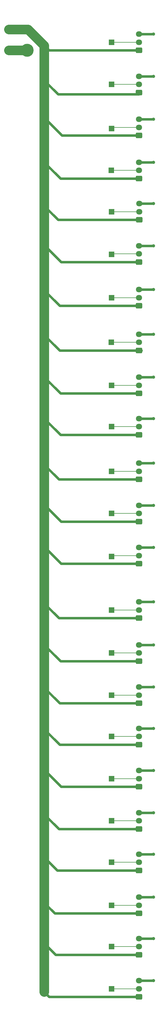
<source format=gbr>
%TF.GenerationSoftware,KiCad,Pcbnew,8.0.1*%
%TF.CreationDate,2024-04-02T05:11:47+03:00*%
%TF.ProjectId,led connectors,6c656420-636f-46e6-9e65-63746f72732e,rev?*%
%TF.SameCoordinates,Original*%
%TF.FileFunction,Copper,L1,Top*%
%TF.FilePolarity,Positive*%
%FSLAX46Y46*%
G04 Gerber Fmt 4.6, Leading zero omitted, Abs format (unit mm)*
G04 Created by KiCad (PCBNEW 8.0.1) date 2024-04-02 05:11:47*
%MOMM*%
%LPD*%
G01*
G04 APERTURE LIST*
G04 Aperture macros list*
%AMRoundRect*
0 Rectangle with rounded corners*
0 $1 Rounding radius*
0 $2 $3 $4 $5 $6 $7 $8 $9 X,Y pos of 4 corners*
0 Add a 4 corners polygon primitive as box body*
4,1,4,$2,$3,$4,$5,$6,$7,$8,$9,$2,$3,0*
0 Add four circle primitives for the rounded corners*
1,1,$1+$1,$2,$3*
1,1,$1+$1,$4,$5*
1,1,$1+$1,$6,$7*
1,1,$1+$1,$8,$9*
0 Add four rect primitives between the rounded corners*
20,1,$1+$1,$2,$3,$4,$5,0*
20,1,$1+$1,$4,$5,$6,$7,0*
20,1,$1+$1,$6,$7,$8,$9,0*
20,1,$1+$1,$8,$9,$2,$3,0*%
G04 Aperture macros list end*
%TA.AperFunction,ComponentPad*%
%ADD10R,1.700000X1.700000*%
%TD*%
%TA.AperFunction,ComponentPad*%
%ADD11RoundRect,0.250000X0.725000X-0.600000X0.725000X0.600000X-0.725000X0.600000X-0.725000X-0.600000X0*%
%TD*%
%TA.AperFunction,ComponentPad*%
%ADD12O,1.950000X1.700000*%
%TD*%
%TA.AperFunction,ViaPad*%
%ADD13C,1.000000*%
%TD*%
%TA.AperFunction,ViaPad*%
%ADD14C,4.000000*%
%TD*%
%TA.AperFunction,Conductor*%
%ADD15C,0.760000*%
%TD*%
%TA.AperFunction,Conductor*%
%ADD16C,3.000000*%
%TD*%
%TA.AperFunction,Conductor*%
%ADD17C,0.200000*%
%TD*%
G04 APERTURE END LIST*
D10*
%TO.P,J48,1,Pin_1*%
%TO.N,GND*%
X31750000Y-29500000D03*
%TD*%
%TO.P,J1,1,Pin_1*%
%TO.N,+5V*%
X31750000Y-23000000D03*
%TD*%
%TO.P,J33,1,Pin_1*%
%TO.N,/F*%
X63500000Y-267000000D03*
%TD*%
D11*
%TO.P,J47,1,Pin_1*%
%TO.N,+5V*%
X72000000Y-321250000D03*
D12*
%TO.P,J47,2,Pin_2*%
%TO.N,/J*%
X72000000Y-318750000D03*
%TO.P,J47,3,Pin_3*%
%TO.N,GND*%
X72000000Y-316250000D03*
%TD*%
D10*
%TO.P,J31,1,Pin_1*%
%TO.N,/D*%
X63500000Y-241000000D03*
%TD*%
%TO.P,J36,1,Pin_1*%
%TO.N,/I*%
X63500000Y-305750000D03*
%TD*%
%TO.P,J13,1,Pin_1*%
%TO.N,/r10*%
X63500000Y-159250000D03*
%TD*%
%TO.P,J34,1,Pin_1*%
%TO.N,/G*%
X63500000Y-279750000D03*
%TD*%
D11*
%TO.P,J16,1,Pin_1*%
%TO.N,+5V*%
X72000000Y-42500000D03*
D12*
%TO.P,J16,2,Pin_2*%
%TO.N,/r1*%
X72000000Y-40000000D03*
%TO.P,J16,3,Pin_3*%
%TO.N,GND*%
X72000000Y-37500000D03*
%TD*%
D11*
%TO.P,J46,1,Pin_1*%
%TO.N,+5V*%
X72000000Y-308250000D03*
D12*
%TO.P,J46,2,Pin_2*%
%TO.N,/I*%
X72000000Y-305750000D03*
%TO.P,J46,3,Pin_3*%
%TO.N,GND*%
X72000000Y-303250000D03*
%TD*%
D11*
%TO.P,J18,1,Pin_1*%
%TO.N,+5V*%
X72000000Y-69000000D03*
D12*
%TO.P,J18,2,Pin_2*%
%TO.N,/r3*%
X72000000Y-66500000D03*
%TO.P,J18,3,Pin_3*%
%TO.N,GND*%
X72000000Y-64000000D03*
%TD*%
D10*
%TO.P,J12,1,Pin_1*%
%TO.N,/r9*%
X63500000Y-145500000D03*
%TD*%
D11*
%TO.P,J19,1,Pin_1*%
%TO.N,+5V*%
X72050000Y-81750000D03*
D12*
%TO.P,J19,2,Pin_2*%
%TO.N,/r4*%
X72050000Y-79250000D03*
%TO.P,J19,3,Pin_3*%
%TO.N,GND*%
X72050000Y-76750000D03*
%TD*%
D11*
%TO.P,J2,1,Pin_1*%
%TO.N,+5V*%
X72000000Y-29500000D03*
D12*
%TO.P,J2,2,Pin_2*%
%TO.N,/r0*%
X72000000Y-27000000D03*
%TO.P,J2,3,Pin_3*%
%TO.N,GND*%
X72000000Y-24500000D03*
%TD*%
D10*
%TO.P,J6,1,Pin_1*%
%TO.N,/r3*%
X63475000Y-66450000D03*
%TD*%
D11*
%TO.P,J41,1,Pin_1*%
%TO.N,+5V*%
X72000000Y-243500000D03*
D12*
%TO.P,J41,2,Pin_2*%
%TO.N,/D*%
X72000000Y-241000000D03*
%TO.P,J41,3,Pin_3*%
%TO.N,GND*%
X72000000Y-238500000D03*
%TD*%
D11*
%TO.P,J21,1,Pin_1*%
%TO.N,+5V*%
X72000000Y-108250000D03*
D12*
%TO.P,J21,2,Pin_2*%
%TO.N,/r6*%
X72000000Y-105750000D03*
%TO.P,J21,3,Pin_3*%
%TO.N,GND*%
X72000000Y-103250000D03*
%TD*%
D11*
%TO.P,J17,1,Pin_1*%
%TO.N,+5V*%
X72000000Y-55750000D03*
D12*
%TO.P,J17,2,Pin_2*%
%TO.N,/r2*%
X72000000Y-53250000D03*
%TO.P,J17,3,Pin_3*%
%TO.N,GND*%
X72000000Y-50750000D03*
%TD*%
D10*
%TO.P,J7,1,Pin_1*%
%TO.N,/r4*%
X63500000Y-79250000D03*
%TD*%
%TO.P,J5,1,Pin_1*%
%TO.N,/r2*%
X63500000Y-53600000D03*
%TD*%
D11*
%TO.P,J22,1,Pin_1*%
%TO.N,+5V*%
X72000000Y-122000000D03*
D12*
%TO.P,J22,2,Pin_2*%
%TO.N,/r7*%
X72000000Y-119500000D03*
%TO.P,J22,3,Pin_3*%
%TO.N,GND*%
X72000000Y-117000000D03*
%TD*%
D10*
%TO.P,J8,1,Pin_1*%
%TO.N,/r5*%
X63500000Y-92350000D03*
%TD*%
%TO.P,J3,1,Pin_1*%
%TO.N,/r0*%
X63500000Y-27000000D03*
%TD*%
D11*
%TO.P,J26,1,Pin_1*%
%TO.N,+5V*%
X72000000Y-174750000D03*
D12*
%TO.P,J26,2,Pin_2*%
%TO.N,/r11*%
X72000000Y-172250000D03*
%TO.P,J26,3,Pin_3*%
%TO.N,GND*%
X72000000Y-169750000D03*
%TD*%
D10*
%TO.P,J28,1,Pin_1*%
%TO.N,/A*%
X63500000Y-202000000D03*
%TD*%
D11*
%TO.P,J25,1,Pin_1*%
%TO.N,+5V*%
X72000000Y-161750000D03*
D12*
%TO.P,J25,2,Pin_2*%
%TO.N,/r10*%
X72000000Y-159250000D03*
%TO.P,J25,3,Pin_3*%
%TO.N,GND*%
X72000000Y-156750000D03*
%TD*%
D11*
%TO.P,J45,1,Pin_1*%
%TO.N,+5V*%
X72000000Y-295500000D03*
D12*
%TO.P,J45,2,Pin_2*%
%TO.N,/H*%
X72000000Y-293000000D03*
%TO.P,J45,3,Pin_3*%
%TO.N,GND*%
X72000000Y-290500000D03*
%TD*%
D11*
%TO.P,J38,1,Pin_1*%
%TO.N,+5V*%
X72000000Y-204500000D03*
D12*
%TO.P,J38,2,Pin_2*%
%TO.N,/A*%
X72000000Y-202000000D03*
%TO.P,J38,3,Pin_3*%
%TO.N,GND*%
X72000000Y-199500000D03*
%TD*%
D10*
%TO.P,J29,1,Pin_1*%
%TO.N,/B*%
X63500000Y-215250000D03*
%TD*%
%TO.P,J32,1,Pin_1*%
%TO.N,/E*%
X63500000Y-254000000D03*
%TD*%
D11*
%TO.P,J39,1,Pin_1*%
%TO.N,+5V*%
X72000000Y-217750000D03*
D12*
%TO.P,J39,2,Pin_2*%
%TO.N,/B*%
X72000000Y-215250000D03*
%TO.P,J39,3,Pin_3*%
%TO.N,GND*%
X72000000Y-212750000D03*
%TD*%
D10*
%TO.P,J35,1,Pin_1*%
%TO.N,/H*%
X63500000Y-293000000D03*
%TD*%
%TO.P,J14,1,Pin_1*%
%TO.N,/r11*%
X63500000Y-172250000D03*
%TD*%
%TO.P,J9,1,Pin_1*%
%TO.N,/r6*%
X63500000Y-105750000D03*
%TD*%
D11*
%TO.P,J44,1,Pin_1*%
%TO.N,+5V*%
X72000000Y-282250000D03*
D12*
%TO.P,J44,2,Pin_2*%
%TO.N,/G*%
X72000000Y-279750000D03*
%TO.P,J44,3,Pin_3*%
%TO.N,GND*%
X72000000Y-277250000D03*
%TD*%
D10*
%TO.P,J10,1,Pin_1*%
%TO.N,/r7*%
X63450000Y-119450000D03*
%TD*%
D11*
%TO.P,J40,1,Pin_1*%
%TO.N,+5V*%
X72000000Y-230750000D03*
D12*
%TO.P,J40,2,Pin_2*%
%TO.N,/C*%
X72000000Y-228250000D03*
%TO.P,J40,3,Pin_3*%
%TO.N,GND*%
X72000000Y-225750000D03*
%TD*%
D11*
%TO.P,J23,1,Pin_1*%
%TO.N,+5V*%
X72000000Y-135250000D03*
D12*
%TO.P,J23,2,Pin_2*%
%TO.N,/r8*%
X72000000Y-132750000D03*
%TO.P,J23,3,Pin_3*%
%TO.N,GND*%
X72000000Y-130250000D03*
%TD*%
D11*
%TO.P,J43,1,Pin_1*%
%TO.N,+5V*%
X72000000Y-269500000D03*
D12*
%TO.P,J43,2,Pin_2*%
%TO.N,/F*%
X72000000Y-267000000D03*
%TO.P,J43,3,Pin_3*%
%TO.N,GND*%
X72000000Y-264500000D03*
%TD*%
D10*
%TO.P,J11,1,Pin_1*%
%TO.N,/r8*%
X63500000Y-132750000D03*
%TD*%
D11*
%TO.P,J24,1,Pin_1*%
%TO.N,+5V*%
X72000000Y-148000000D03*
D12*
%TO.P,J24,2,Pin_2*%
%TO.N,/r9*%
X72000000Y-145500000D03*
%TO.P,J24,3,Pin_3*%
%TO.N,GND*%
X72000000Y-143000000D03*
%TD*%
D10*
%TO.P,J4,1,Pin_1*%
%TO.N,/r1*%
X63500000Y-40000000D03*
%TD*%
D11*
%TO.P,J42,1,Pin_1*%
%TO.N,+5V*%
X72000000Y-256500000D03*
D12*
%TO.P,J42,2,Pin_2*%
%TO.N,/E*%
X72000000Y-254000000D03*
%TO.P,J42,3,Pin_3*%
%TO.N,GND*%
X72000000Y-251500000D03*
%TD*%
D10*
%TO.P,J37,1,Pin_1*%
%TO.N,/J*%
X63500000Y-318750000D03*
%TD*%
%TO.P,J30,1,Pin_1*%
%TO.N,/C*%
X63500000Y-228250000D03*
%TD*%
D11*
%TO.P,J20,1,Pin_1*%
%TO.N,+5V*%
X72000000Y-94750000D03*
D12*
%TO.P,J20,2,Pin_2*%
%TO.N,/r5*%
X72000000Y-92250000D03*
%TO.P,J20,3,Pin_3*%
%TO.N,GND*%
X72000000Y-89750000D03*
%TD*%
D11*
%TO.P,J27,1,Pin_1*%
%TO.N,+5V*%
X72000000Y-187750000D03*
D12*
%TO.P,J27,2,Pin_2*%
%TO.N,/r12*%
X72000000Y-185250000D03*
%TO.P,J27,3,Pin_3*%
%TO.N,GND*%
X72000000Y-182750000D03*
%TD*%
D10*
%TO.P,J15,1,Pin_1*%
%TO.N,/r12*%
X63500000Y-185500000D03*
%TD*%
D13*
%TO.N,GND*%
X76500000Y-316250000D03*
X76500000Y-303250000D03*
X76500000Y-290500000D03*
X76500000Y-277250000D03*
X76500000Y-264500000D03*
X76500000Y-251500000D03*
X76500000Y-238500000D03*
X76500000Y-225750000D03*
X76500000Y-212750000D03*
X76500000Y-199500000D03*
X76500000Y-182750000D03*
X76500000Y-169750000D03*
X76500000Y-156750000D03*
X76500000Y-143000000D03*
X76500000Y-130250000D03*
X76500000Y-117000000D03*
X76500000Y-103250000D03*
X76500000Y-89750000D03*
X76500000Y-76750000D03*
X76500000Y-64000000D03*
X76500000Y-50750000D03*
X76500000Y-37500000D03*
X76500000Y-24500000D03*
D14*
X37500000Y-29500000D03*
%TD*%
D15*
%TO.N,+5V*%
X44250000Y-29500000D02*
X40750000Y-26000000D01*
X72000000Y-29500000D02*
X44250000Y-29500000D01*
X47000000Y-43000000D02*
X42750000Y-38750000D01*
X72000000Y-43000000D02*
X47000000Y-43000000D01*
X48250000Y-55750000D02*
X42750000Y-50250000D01*
X71800000Y-55750000D02*
X48250000Y-55750000D01*
X47750000Y-69000000D02*
X42750000Y-64000000D01*
X71800000Y-69000000D02*
X47750000Y-69000000D01*
X47000000Y-81750000D02*
X42750000Y-77500000D01*
X72050000Y-81750000D02*
X47000000Y-81750000D01*
X48000000Y-94750000D02*
X42750000Y-89500000D01*
X72300000Y-94750000D02*
X48000000Y-94750000D01*
X47500000Y-108250000D02*
X42750000Y-103500000D01*
X72550000Y-108250000D02*
X47500000Y-108250000D01*
X47500000Y-122000000D02*
X42750000Y-117250000D01*
X72750000Y-122000000D02*
X47500000Y-122000000D01*
X47750000Y-135250000D02*
X42750000Y-130250000D01*
X72000000Y-135250000D02*
X47750000Y-135250000D01*
X47750000Y-148000000D02*
X42750000Y-143000000D01*
X72000000Y-148000000D02*
X47750000Y-148000000D01*
X47250000Y-161750000D02*
X42750000Y-157250000D01*
X72000000Y-161750000D02*
X47250000Y-161750000D01*
X48000000Y-174750000D02*
X42750000Y-169500000D01*
X72000000Y-174750000D02*
X48000000Y-174750000D01*
X48000000Y-187750000D02*
X42750000Y-182500000D01*
X72000000Y-187750000D02*
X48000000Y-187750000D01*
X47250000Y-204500000D02*
X42750000Y-200000000D01*
X72000000Y-204500000D02*
X47250000Y-204500000D01*
D16*
X42750000Y-186500000D02*
X42750000Y-319750000D01*
D15*
X47750000Y-217750000D02*
X42750000Y-212750000D01*
X72000000Y-217750000D02*
X47750000Y-217750000D01*
X47500000Y-230750000D02*
X42750000Y-226000000D01*
X72000000Y-230750000D02*
X47500000Y-230750000D01*
X47500000Y-243500000D02*
X42750000Y-238750000D01*
X72000000Y-243500000D02*
X47500000Y-243500000D01*
X72000000Y-256500000D02*
X48000000Y-256500000D01*
X48000000Y-256500000D02*
X42750000Y-251250000D01*
X47250000Y-269500000D02*
X42750000Y-265000000D01*
X72000000Y-269500000D02*
X47250000Y-269500000D01*
X46750000Y-282250000D02*
X42750000Y-278250000D01*
X72000000Y-282250000D02*
X46750000Y-282250000D01*
X46000000Y-295500000D02*
X42750000Y-292250000D01*
X72000000Y-295500000D02*
X46000000Y-295500000D01*
X46250000Y-308250000D02*
X72000000Y-308250000D01*
X42750000Y-304750000D02*
X46250000Y-308250000D01*
%TO.N,GND*%
X76500000Y-316250000D02*
X72000000Y-316250000D01*
X76500000Y-303250000D02*
X72000000Y-303250000D01*
X76500000Y-290500000D02*
X72000000Y-290500000D01*
X76500000Y-277250000D02*
X72000000Y-277250000D01*
X76500000Y-264500000D02*
X72000000Y-264500000D01*
X76500000Y-251500000D02*
X72000000Y-251500000D01*
X76500000Y-238500000D02*
X72000000Y-238500000D01*
X76500000Y-225750000D02*
X72000000Y-225750000D01*
X76500000Y-212750000D02*
X72000000Y-212750000D01*
X76500000Y-199500000D02*
X72000000Y-199500000D01*
X76500000Y-182750000D02*
X72000000Y-182750000D01*
X76500000Y-169750000D02*
X72000000Y-169750000D01*
X76500000Y-156750000D02*
X72000000Y-156750000D01*
X76500000Y-143000000D02*
X72000000Y-143000000D01*
X76500000Y-130250000D02*
X72000000Y-130250000D01*
X76500000Y-117000000D02*
X72000000Y-117000000D01*
X76500000Y-103250000D02*
X72000000Y-103250000D01*
X76500000Y-89750000D02*
X72000000Y-89750000D01*
X76500000Y-76750000D02*
X72000000Y-76750000D01*
X76500000Y-64000000D02*
X72000000Y-64000000D01*
X76500000Y-50750000D02*
X72000000Y-50750000D01*
X76500000Y-37500000D02*
X72000000Y-37500000D01*
X76500000Y-24500000D02*
X72000000Y-24500000D01*
D17*
X76625000Y-24375000D02*
X76500000Y-24500000D01*
D16*
X36500000Y-29500000D02*
X37500000Y-29500000D01*
X35000000Y-29500000D02*
X36500000Y-29500000D01*
X31750000Y-29500000D02*
X35000000Y-29500000D01*
%TO.N,+5V*%
X31750000Y-23000000D02*
X37750000Y-23000000D01*
X37750000Y-23000000D02*
X42750000Y-28000000D01*
X42750000Y-81000000D02*
X42750000Y-93250000D01*
X42750000Y-41750000D02*
X42750000Y-55000000D01*
X42750000Y-134000000D02*
X42750000Y-146500000D01*
D15*
X42750000Y-319750000D02*
X44250000Y-321250000D01*
X44250000Y-321250000D02*
X72000000Y-321250000D01*
D16*
X42750000Y-68250000D02*
X42750000Y-81000000D01*
X42750000Y-28000000D02*
X42750000Y-41750000D01*
X42750000Y-159750000D02*
X42750000Y-172750000D01*
X42750000Y-120750000D02*
X42750000Y-134000000D01*
X42750000Y-93250000D02*
X42750000Y-107000000D01*
X42750000Y-172750000D02*
X42750000Y-186500000D01*
X42750000Y-146500000D02*
X42750000Y-159750000D01*
X42750000Y-55000000D02*
X42750000Y-68250000D01*
X42750000Y-107000000D02*
X42750000Y-120750000D01*
D17*
%TO.N,/r0*%
X72000000Y-27000000D02*
X63500000Y-27000000D01*
%TO.N,/r1*%
X72000000Y-40000000D02*
X63500000Y-40000000D01*
%TO.N,/r2*%
X71800000Y-53250000D02*
X63850000Y-53250000D01*
X63850000Y-53250000D02*
X63500000Y-53600000D01*
%TO.N,/r3*%
X71275000Y-66500000D02*
X63525000Y-66500000D01*
X63525000Y-66500000D02*
X63475000Y-66450000D01*
%TO.N,/r4*%
X72050000Y-79250000D02*
X63500000Y-79250000D01*
%TO.N,/r5*%
X63600000Y-92250000D02*
X63500000Y-92350000D01*
X72050000Y-92250000D02*
X63600000Y-92250000D01*
%TO.N,/r6*%
X65000000Y-105750000D02*
X63500000Y-105750000D01*
X72550000Y-105750000D02*
X65000000Y-105750000D01*
%TO.N,/r7*%
X62900000Y-119500000D02*
X62850000Y-119450000D01*
X72000000Y-119500000D02*
X63500000Y-119500000D01*
%TO.N,/r8*%
X72000000Y-132750000D02*
X63500000Y-132750000D01*
%TO.N,/r9*%
X72000000Y-145500000D02*
X63500000Y-145500000D01*
X64000000Y-145000000D02*
X63500000Y-145500000D01*
%TO.N,/r10*%
X71850000Y-159250000D02*
X64100000Y-159250000D01*
X64100000Y-159850000D02*
X63500000Y-159250000D01*
%TO.N,/r11*%
X72000000Y-172250000D02*
X63100000Y-172250000D01*
X72500000Y-172250000D02*
X72000000Y-171750000D01*
X72750000Y-172250000D02*
X72500000Y-172250000D01*
%TO.N,/r12*%
X63750000Y-185250000D02*
X63500000Y-185500000D01*
X72000000Y-185250000D02*
X63750000Y-185250000D01*
%TO.N,/A*%
X63500000Y-202000000D02*
X72000000Y-202000000D01*
%TO.N,/B*%
X63500000Y-215250000D02*
X72250000Y-215250000D01*
%TO.N,/C*%
X63050000Y-228250000D02*
X72000000Y-228250000D01*
%TO.N,/D*%
X63500000Y-241000000D02*
X72450000Y-241000000D01*
%TO.N,/E*%
X63500000Y-254000000D02*
X72750000Y-254000000D01*
%TO.N,/F*%
X63500000Y-267000000D02*
X72450000Y-267000000D01*
%TO.N,/G*%
X63500000Y-279750000D02*
X72500000Y-279750000D01*
%TO.N,/H*%
X63500000Y-293000000D02*
X72700000Y-293000000D01*
%TO.N,/I*%
X63500000Y-305750000D02*
X72000000Y-305750000D01*
%TO.N,/J*%
X63500000Y-318750000D02*
X72000000Y-318750000D01*
%TD*%
M02*

</source>
